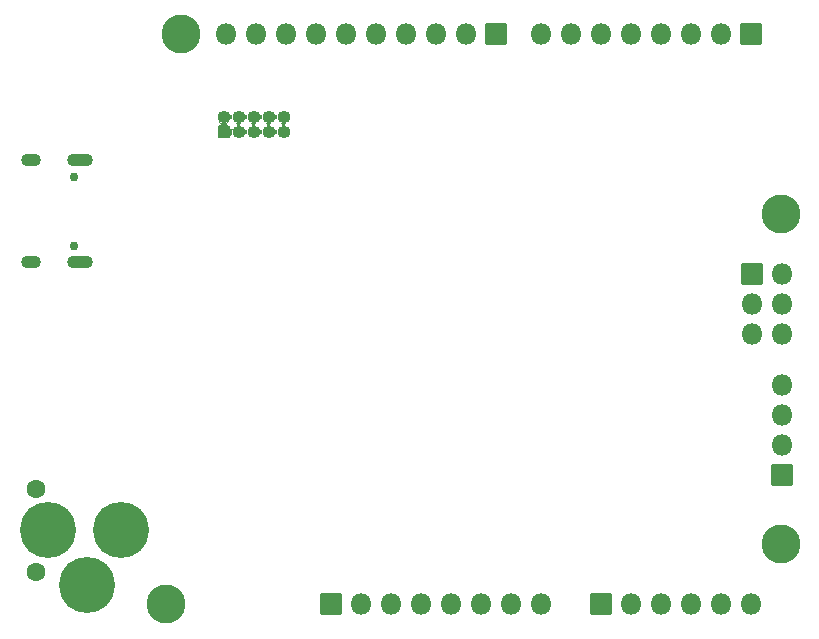
<source format=gbs>
G04 #@! TF.GenerationSoftware,KiCad,Pcbnew,(6.0.1-0)*
G04 #@! TF.CreationDate,2023-01-23T19:01:18+00:00*
G04 #@! TF.ProjectId,Snowduino zero LE way,536e6f77-6475-4696-9e6f-207a65726f20,rev?*
G04 #@! TF.SameCoordinates,Original*
G04 #@! TF.FileFunction,Soldermask,Bot*
G04 #@! TF.FilePolarity,Negative*
%FSLAX46Y46*%
G04 Gerber Fmt 4.6, Leading zero omitted, Abs format (unit mm)*
G04 Created by KiCad (PCBNEW (6.0.1-0)) date 2023-01-23 19:01:18*
%MOMM*%
%LPD*%
G01*
G04 APERTURE LIST*
G04 Aperture macros list*
%AMRoundRect*
0 Rectangle with rounded corners*
0 $1 Rounding radius*
0 $2 $3 $4 $5 $6 $7 $8 $9 X,Y pos of 4 corners*
0 Add a 4 corners polygon primitive as box body*
4,1,4,$2,$3,$4,$5,$6,$7,$8,$9,$2,$3,0*
0 Add four circle primitives for the rounded corners*
1,1,$1+$1,$2,$3*
1,1,$1+$1,$4,$5*
1,1,$1+$1,$6,$7*
1,1,$1+$1,$8,$9*
0 Add four rect primitives between the rounded corners*
20,1,$1+$1,$2,$3,$4,$5,0*
20,1,$1+$1,$4,$5,$6,$7,0*
20,1,$1+$1,$6,$7,$8,$9,0*
20,1,$1+$1,$8,$9,$2,$3,0*%
G04 Aperture macros list end*
%ADD10C,3.300000*%
%ADD11RoundRect,0.050000X0.850000X-0.850000X0.850000X0.850000X-0.850000X0.850000X-0.850000X-0.850000X0*%
%ADD12O,1.800000X1.800000*%
%ADD13RoundRect,0.050000X-0.850000X0.850000X-0.850000X-0.850000X0.850000X-0.850000X0.850000X0.850000X0*%
%ADD14RoundRect,0.050000X-0.850000X-0.850000X0.850000X-0.850000X0.850000X0.850000X-0.850000X0.850000X0*%
%ADD15RoundRect,0.050000X0.850000X0.850000X-0.850000X0.850000X-0.850000X-0.850000X0.850000X-0.850000X0*%
%ADD16RoundRect,0.050000X0.500000X-0.500000X0.500000X0.500000X-0.500000X0.500000X-0.500000X-0.500000X0*%
%ADD17O,1.100000X1.100000*%
%ADD18C,0.750000*%
%ADD19O,2.200000X1.100000*%
%ADD20O,1.700000X1.100000*%
%ADD21C,1.600000*%
%ADD22C,4.750000*%
G04 APERTURE END LIST*
D10*
X147556000Y-90103000D03*
X147556000Y-118043000D03*
D11*
X109456000Y-123123000D03*
D12*
X111996000Y-123123000D03*
X114536000Y-123123000D03*
X117076000Y-123123000D03*
X119616000Y-123123000D03*
X122156000Y-123123000D03*
X124696000Y-123123000D03*
X127236000Y-123123000D03*
D13*
X123426000Y-74863000D03*
D12*
X120886000Y-74863000D03*
X118346000Y-74863000D03*
X115806000Y-74863000D03*
X113266000Y-74863000D03*
X110726000Y-74863000D03*
X108186000Y-74863000D03*
X105646000Y-74863000D03*
X103106000Y-74863000D03*
X100566000Y-74863000D03*
D13*
X145016000Y-74863000D03*
D12*
X142476000Y-74863000D03*
X139936000Y-74863000D03*
X137396000Y-74863000D03*
X134856000Y-74863000D03*
X132316000Y-74863000D03*
X129776000Y-74863000D03*
X127236000Y-74863000D03*
D10*
X96756000Y-74863000D03*
X95486000Y-123123000D03*
D14*
X145143000Y-95183000D03*
D12*
X147683000Y-95183000D03*
X145143000Y-97723000D03*
X147683000Y-97723000D03*
X145143000Y-100263000D03*
X147683000Y-100263000D03*
D11*
X132316000Y-123123000D03*
D12*
X134856000Y-123123000D03*
X137396000Y-123123000D03*
X139936000Y-123123000D03*
X142476000Y-123123000D03*
X145016000Y-123123000D03*
D15*
X147641000Y-112138000D03*
D12*
X147641000Y-109598000D03*
X147641000Y-107058000D03*
X147641000Y-104518000D03*
D16*
X100391000Y-83138000D03*
D17*
X100391000Y-81868000D03*
X101661000Y-83138000D03*
X101661000Y-81868000D03*
X102931000Y-83138000D03*
X102931000Y-81868000D03*
X104201000Y-83138000D03*
X104201000Y-81868000D03*
X105471000Y-83138000D03*
X105471000Y-81868000D03*
D18*
X87731000Y-92753000D03*
X87731000Y-86973000D03*
D19*
X88261000Y-85543000D03*
X88261000Y-94183000D03*
D20*
X84081000Y-94183000D03*
X84081000Y-85543000D03*
D21*
X84491000Y-120363000D03*
X84491000Y-113363000D03*
D22*
X85491000Y-116863000D03*
X88791000Y-121463000D03*
X91691000Y-116863000D03*
G36*
X100942932Y-82739955D02*
G01*
X100962889Y-82814435D01*
X101017033Y-82868578D01*
X101090998Y-82888397D01*
X101165008Y-82868566D01*
X101208362Y-82828909D01*
X101210315Y-82828478D01*
X101211665Y-82829954D01*
X101211299Y-82831603D01*
X101186432Y-82864010D01*
X101131690Y-82996172D01*
X101113017Y-83138000D01*
X101131690Y-83279828D01*
X101186432Y-83411990D01*
X101214516Y-83448589D01*
X101214777Y-83450572D01*
X101213190Y-83451790D01*
X101211614Y-83451314D01*
X101156080Y-83402868D01*
X101080937Y-83388125D01*
X101008493Y-83412928D01*
X100958131Y-83470659D01*
X100942948Y-83536163D01*
X100941583Y-83537624D01*
X100939635Y-83537173D01*
X100939000Y-83535711D01*
X100939000Y-82740473D01*
X100940000Y-82738741D01*
X100942000Y-82738741D01*
X100942932Y-82739955D01*
G37*
G36*
X104991427Y-82874406D02*
G01*
X104991461Y-82876013D01*
X104941690Y-82996172D01*
X104923017Y-83138000D01*
X104941690Y-83279828D01*
X104989186Y-83394494D01*
X104988925Y-83396477D01*
X104987077Y-83397242D01*
X104985678Y-83396375D01*
X104980262Y-83388316D01*
X104980044Y-83387887D01*
X104974427Y-83372536D01*
X104930240Y-83309663D01*
X104860785Y-83277423D01*
X104784514Y-83284228D01*
X104721775Y-83328322D01*
X104698247Y-83367633D01*
X104696500Y-83368606D01*
X104694783Y-83367579D01*
X104694683Y-83365841D01*
X104730310Y-83279828D01*
X104748983Y-83138000D01*
X104730310Y-82996172D01*
X104681676Y-82878757D01*
X104681937Y-82876774D01*
X104683785Y-82876009D01*
X104685172Y-82876859D01*
X104689092Y-82882563D01*
X104689315Y-82882989D01*
X104697679Y-82905125D01*
X104742521Y-82967528D01*
X104812312Y-82999040D01*
X104888506Y-82991433D01*
X104950779Y-82946686D01*
X104974165Y-82906665D01*
X104985384Y-82877888D01*
X104985611Y-82877464D01*
X104987977Y-82874098D01*
X104989791Y-82873256D01*
X104991427Y-82874406D01*
G37*
G36*
X102451427Y-82874406D02*
G01*
X102451461Y-82876013D01*
X102401690Y-82996172D01*
X102383017Y-83138000D01*
X102401690Y-83279828D01*
X102449186Y-83394494D01*
X102448925Y-83396477D01*
X102447077Y-83397242D01*
X102445678Y-83396375D01*
X102440262Y-83388316D01*
X102440044Y-83387887D01*
X102434427Y-83372536D01*
X102390240Y-83309663D01*
X102320785Y-83277423D01*
X102244514Y-83284228D01*
X102181775Y-83328322D01*
X102158247Y-83367633D01*
X102156500Y-83368606D01*
X102154783Y-83367579D01*
X102154683Y-83365841D01*
X102190310Y-83279828D01*
X102208983Y-83138000D01*
X102190310Y-82996172D01*
X102141676Y-82878757D01*
X102141937Y-82876774D01*
X102143785Y-82876009D01*
X102145172Y-82876859D01*
X102149092Y-82882563D01*
X102149315Y-82882989D01*
X102157679Y-82905125D01*
X102202521Y-82967528D01*
X102272312Y-82999040D01*
X102348506Y-82991433D01*
X102410779Y-82946686D01*
X102434165Y-82906665D01*
X102445384Y-82877888D01*
X102445611Y-82877464D01*
X102447977Y-82874098D01*
X102449791Y-82873256D01*
X102451427Y-82874406D01*
G37*
G36*
X103721427Y-82874406D02*
G01*
X103721461Y-82876013D01*
X103671690Y-82996172D01*
X103653017Y-83138000D01*
X103671690Y-83279828D01*
X103719186Y-83394494D01*
X103718925Y-83396477D01*
X103717077Y-83397242D01*
X103715678Y-83396375D01*
X103710262Y-83388316D01*
X103710044Y-83387887D01*
X103704427Y-83372536D01*
X103660240Y-83309663D01*
X103590785Y-83277423D01*
X103514514Y-83284228D01*
X103451775Y-83328322D01*
X103428247Y-83367633D01*
X103426500Y-83368606D01*
X103424783Y-83367579D01*
X103424683Y-83365841D01*
X103460310Y-83279828D01*
X103478983Y-83138000D01*
X103460310Y-82996172D01*
X103411676Y-82878757D01*
X103411937Y-82876774D01*
X103413785Y-82876009D01*
X103415172Y-82876859D01*
X103419092Y-82882563D01*
X103419315Y-82882989D01*
X103427679Y-82905125D01*
X103472521Y-82967528D01*
X103542312Y-82999040D01*
X103618506Y-82991433D01*
X103680779Y-82946686D01*
X103704165Y-82906665D01*
X103715384Y-82877888D01*
X103715611Y-82877464D01*
X103717977Y-82874098D01*
X103719791Y-82873256D01*
X103721427Y-82874406D01*
G37*
G36*
X105329172Y-82397310D02*
G01*
X105471000Y-82415983D01*
X105612828Y-82397310D01*
X105692785Y-82364191D01*
X105694768Y-82364452D01*
X105695533Y-82366300D01*
X105694449Y-82367826D01*
X105689695Y-82370217D01*
X105632322Y-82421335D01*
X105608278Y-82494037D01*
X105623806Y-82569019D01*
X105674892Y-82626357D01*
X105686749Y-82633369D01*
X105700794Y-82640806D01*
X105701857Y-82642501D01*
X105700921Y-82644268D01*
X105699093Y-82644422D01*
X105612828Y-82608690D01*
X105471000Y-82590017D01*
X105329172Y-82608690D01*
X105246000Y-82643141D01*
X105244017Y-82642880D01*
X105243252Y-82641032D01*
X105244318Y-82639516D01*
X105252750Y-82635163D01*
X105309589Y-82583444D01*
X105332869Y-82510496D01*
X105316557Y-82435679D01*
X105264866Y-82378871D01*
X105255686Y-82373442D01*
X105238189Y-82363942D01*
X105237144Y-82362236D01*
X105238098Y-82360479D01*
X105239908Y-82360336D01*
X105329172Y-82397310D01*
G37*
G36*
X104059172Y-82397310D02*
G01*
X104201000Y-82415983D01*
X104342828Y-82397310D01*
X104422785Y-82364191D01*
X104424768Y-82364452D01*
X104425533Y-82366300D01*
X104424449Y-82367826D01*
X104419695Y-82370217D01*
X104362322Y-82421335D01*
X104338278Y-82494037D01*
X104353806Y-82569019D01*
X104404892Y-82626357D01*
X104416749Y-82633369D01*
X104430794Y-82640806D01*
X104431857Y-82642501D01*
X104430921Y-82644268D01*
X104429093Y-82644422D01*
X104342828Y-82608690D01*
X104201000Y-82590017D01*
X104059172Y-82608690D01*
X103976000Y-82643141D01*
X103974017Y-82642880D01*
X103973252Y-82641032D01*
X103974318Y-82639516D01*
X103982750Y-82635163D01*
X104039589Y-82583444D01*
X104062869Y-82510496D01*
X104046557Y-82435679D01*
X103994866Y-82378871D01*
X103985686Y-82373442D01*
X103968189Y-82363942D01*
X103967144Y-82362236D01*
X103968098Y-82360479D01*
X103969908Y-82360336D01*
X104059172Y-82397310D01*
G37*
G36*
X102789172Y-82397310D02*
G01*
X102931000Y-82415983D01*
X103072828Y-82397310D01*
X103152785Y-82364191D01*
X103154768Y-82364452D01*
X103155533Y-82366300D01*
X103154449Y-82367826D01*
X103149695Y-82370217D01*
X103092322Y-82421335D01*
X103068278Y-82494037D01*
X103083806Y-82569019D01*
X103134892Y-82626357D01*
X103146749Y-82633369D01*
X103160794Y-82640806D01*
X103161857Y-82642501D01*
X103160921Y-82644268D01*
X103159093Y-82644422D01*
X103072828Y-82608690D01*
X102931000Y-82590017D01*
X102789172Y-82608690D01*
X102706000Y-82643141D01*
X102704017Y-82642880D01*
X102703252Y-82641032D01*
X102704318Y-82639516D01*
X102712750Y-82635163D01*
X102769589Y-82583444D01*
X102792869Y-82510496D01*
X102776557Y-82435679D01*
X102724866Y-82378871D01*
X102715686Y-82373442D01*
X102698189Y-82363942D01*
X102697144Y-82362236D01*
X102698098Y-82360479D01*
X102699908Y-82360336D01*
X102789172Y-82397310D01*
G37*
G36*
X101519172Y-82397310D02*
G01*
X101661000Y-82415983D01*
X101802828Y-82397310D01*
X101882785Y-82364191D01*
X101884768Y-82364452D01*
X101885533Y-82366300D01*
X101884449Y-82367826D01*
X101879695Y-82370217D01*
X101822322Y-82421335D01*
X101798278Y-82494037D01*
X101813806Y-82569019D01*
X101864892Y-82626357D01*
X101876749Y-82633369D01*
X101890794Y-82640806D01*
X101891857Y-82642501D01*
X101890921Y-82644268D01*
X101889093Y-82644422D01*
X101802828Y-82608690D01*
X101661000Y-82590017D01*
X101519172Y-82608690D01*
X101436000Y-82643141D01*
X101434017Y-82642880D01*
X101433252Y-82641032D01*
X101434318Y-82639516D01*
X101442750Y-82635163D01*
X101499589Y-82583444D01*
X101522869Y-82510496D01*
X101506557Y-82435679D01*
X101454866Y-82378871D01*
X101445686Y-82373442D01*
X101428189Y-82363942D01*
X101427144Y-82362236D01*
X101428098Y-82360479D01*
X101429908Y-82360336D01*
X101519172Y-82397310D01*
G37*
G36*
X100045590Y-82287765D02*
G01*
X100117010Y-82342568D01*
X100249172Y-82397310D01*
X100391000Y-82415983D01*
X100532828Y-82397310D01*
X100664990Y-82342568D01*
X100727542Y-82294569D01*
X100729525Y-82294308D01*
X100730743Y-82295895D01*
X100730059Y-82297677D01*
X100697727Y-82325292D01*
X100654202Y-82388621D01*
X100648194Y-82464959D01*
X100681159Y-82534072D01*
X100744345Y-82577499D01*
X100793984Y-82586029D01*
X100795521Y-82587308D01*
X100795183Y-82589279D01*
X100793645Y-82590000D01*
X99984863Y-82590000D01*
X99983131Y-82589000D01*
X99983131Y-82587000D01*
X99984345Y-82586068D01*
X100058825Y-82566111D01*
X100112968Y-82511968D01*
X100132787Y-82438002D01*
X100112939Y-82363930D01*
X100084346Y-82328429D01*
X100043026Y-82290831D01*
X100042418Y-82288926D01*
X100043764Y-82287447D01*
X100045590Y-82287765D01*
G37*
G36*
X104991427Y-81604406D02*
G01*
X104991461Y-81606013D01*
X104941690Y-81726172D01*
X104923017Y-81868000D01*
X104941690Y-82009828D01*
X104989186Y-82124494D01*
X104988925Y-82126477D01*
X104987077Y-82127242D01*
X104985678Y-82126375D01*
X104980262Y-82118316D01*
X104980044Y-82117887D01*
X104974427Y-82102536D01*
X104930240Y-82039663D01*
X104860785Y-82007423D01*
X104784514Y-82014228D01*
X104721775Y-82058322D01*
X104698247Y-82097633D01*
X104696500Y-82098606D01*
X104694783Y-82097579D01*
X104694683Y-82095841D01*
X104730310Y-82009828D01*
X104748983Y-81868000D01*
X104730310Y-81726172D01*
X104681676Y-81608757D01*
X104681937Y-81606774D01*
X104683785Y-81606009D01*
X104685172Y-81606859D01*
X104689092Y-81612563D01*
X104689315Y-81612989D01*
X104697679Y-81635125D01*
X104742521Y-81697528D01*
X104812312Y-81729040D01*
X104888506Y-81721433D01*
X104950779Y-81676686D01*
X104974165Y-81636665D01*
X104985384Y-81607888D01*
X104985611Y-81607464D01*
X104987977Y-81604098D01*
X104989791Y-81603256D01*
X104991427Y-81604406D01*
G37*
G36*
X103721427Y-81604406D02*
G01*
X103721461Y-81606013D01*
X103671690Y-81726172D01*
X103653017Y-81868000D01*
X103671690Y-82009828D01*
X103719186Y-82124494D01*
X103718925Y-82126477D01*
X103717077Y-82127242D01*
X103715678Y-82126375D01*
X103710262Y-82118316D01*
X103710044Y-82117887D01*
X103704427Y-82102536D01*
X103660240Y-82039663D01*
X103590785Y-82007423D01*
X103514514Y-82014228D01*
X103451775Y-82058322D01*
X103428247Y-82097633D01*
X103426500Y-82098606D01*
X103424783Y-82097579D01*
X103424683Y-82095841D01*
X103460310Y-82009828D01*
X103478983Y-81868000D01*
X103460310Y-81726172D01*
X103411676Y-81608757D01*
X103411937Y-81606774D01*
X103413785Y-81606009D01*
X103415172Y-81606859D01*
X103419092Y-81612563D01*
X103419315Y-81612989D01*
X103427679Y-81635125D01*
X103472521Y-81697528D01*
X103542312Y-81729040D01*
X103618506Y-81721433D01*
X103680779Y-81676686D01*
X103704165Y-81636665D01*
X103715384Y-81607888D01*
X103715611Y-81607464D01*
X103717977Y-81604098D01*
X103719791Y-81603256D01*
X103721427Y-81604406D01*
G37*
G36*
X101181427Y-81604406D02*
G01*
X101181461Y-81606013D01*
X101131690Y-81726172D01*
X101113017Y-81868000D01*
X101131690Y-82009828D01*
X101179186Y-82124494D01*
X101178925Y-82126477D01*
X101177077Y-82127242D01*
X101175678Y-82126375D01*
X101170262Y-82118316D01*
X101170044Y-82117887D01*
X101164427Y-82102536D01*
X101120240Y-82039663D01*
X101050785Y-82007423D01*
X100974514Y-82014228D01*
X100911775Y-82058322D01*
X100888247Y-82097633D01*
X100886500Y-82098606D01*
X100884783Y-82097579D01*
X100884683Y-82095841D01*
X100920310Y-82009828D01*
X100938983Y-81868000D01*
X100920310Y-81726172D01*
X100871676Y-81608757D01*
X100871937Y-81606774D01*
X100873785Y-81606009D01*
X100875172Y-81606859D01*
X100879092Y-81612563D01*
X100879315Y-81612989D01*
X100887679Y-81635125D01*
X100932521Y-81697528D01*
X101002312Y-81729040D01*
X101078506Y-81721433D01*
X101140779Y-81676686D01*
X101164165Y-81636665D01*
X101175384Y-81607888D01*
X101175611Y-81607464D01*
X101177977Y-81604098D01*
X101179791Y-81603256D01*
X101181427Y-81604406D01*
G37*
G36*
X102451427Y-81604406D02*
G01*
X102451461Y-81606013D01*
X102401690Y-81726172D01*
X102383017Y-81868000D01*
X102401690Y-82009828D01*
X102449186Y-82124494D01*
X102448925Y-82126477D01*
X102447077Y-82127242D01*
X102445678Y-82126375D01*
X102440262Y-82118316D01*
X102440044Y-82117887D01*
X102434427Y-82102536D01*
X102390240Y-82039663D01*
X102320785Y-82007423D01*
X102244514Y-82014228D01*
X102181775Y-82058322D01*
X102158247Y-82097633D01*
X102156500Y-82098606D01*
X102154783Y-82097579D01*
X102154683Y-82095841D01*
X102190310Y-82009828D01*
X102208983Y-81868000D01*
X102190310Y-81726172D01*
X102141676Y-81608757D01*
X102141937Y-81606774D01*
X102143785Y-81606009D01*
X102145172Y-81606859D01*
X102149092Y-81612563D01*
X102149315Y-81612989D01*
X102157679Y-81635125D01*
X102202521Y-81697528D01*
X102272312Y-81729040D01*
X102348506Y-81721433D01*
X102410779Y-81676686D01*
X102434165Y-81636665D01*
X102445384Y-81607888D01*
X102445611Y-81607464D01*
X102447977Y-81604098D01*
X102449791Y-81603256D01*
X102451427Y-81604406D01*
G37*
M02*

</source>
